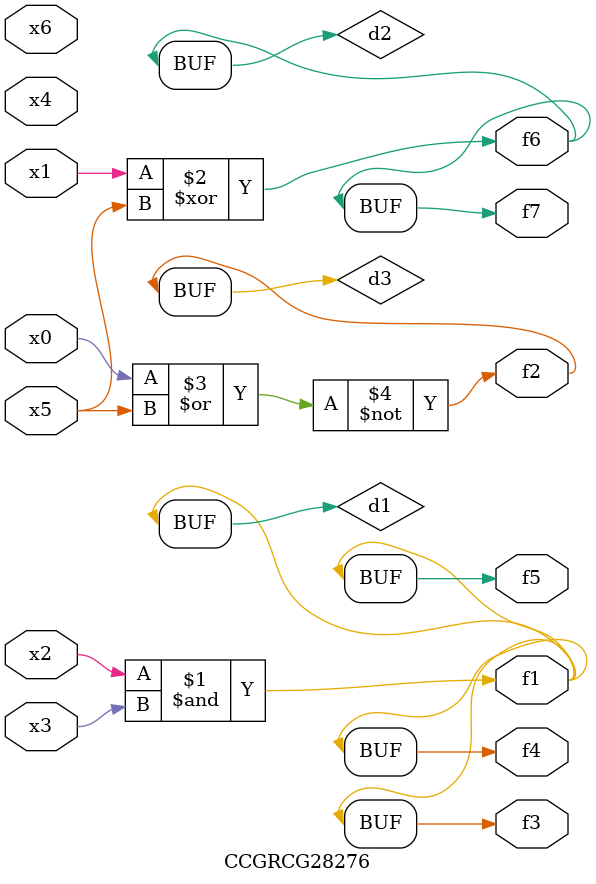
<source format=v>
module CCGRCG28276(
	input x0, x1, x2, x3, x4, x5, x6,
	output f1, f2, f3, f4, f5, f6, f7
);

	wire d1, d2, d3;

	and (d1, x2, x3);
	xor (d2, x1, x5);
	nor (d3, x0, x5);
	assign f1 = d1;
	assign f2 = d3;
	assign f3 = d1;
	assign f4 = d1;
	assign f5 = d1;
	assign f6 = d2;
	assign f7 = d2;
endmodule

</source>
